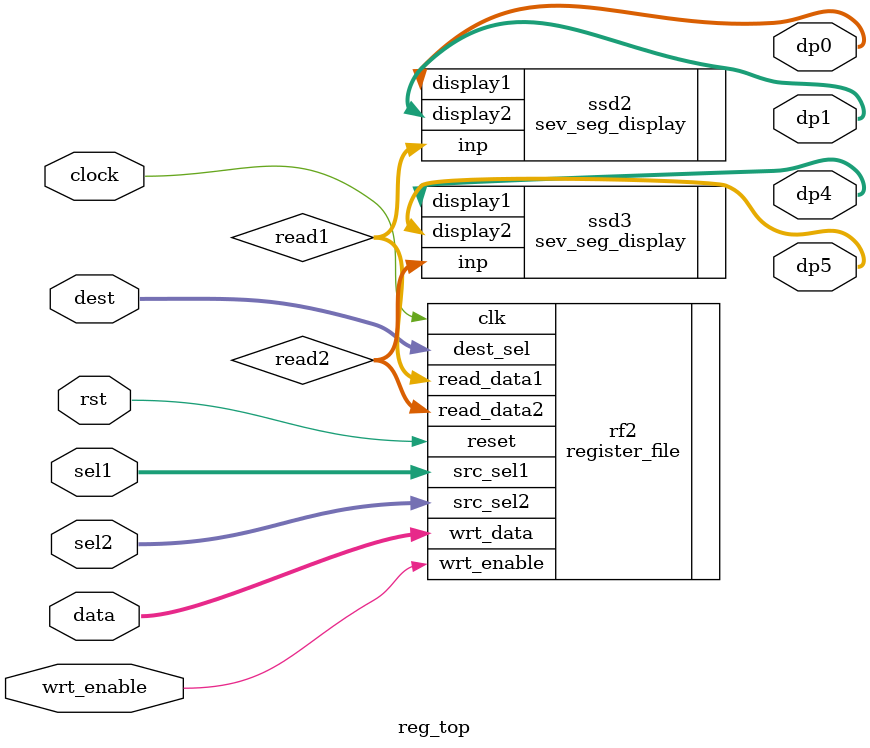
<source format=v>


module reg_top #(parameter W=8)(  //to show register file with FPGA
input rst,
input clock,
input wrt_enable,
input [W-1:0] data,
input [3:0] sel1,
input [3:0] sel2,
input [3:0] dest,
output [6:0] dp0,
output [6:0] dp1,
output [6:0] dp4,
output [6:0] dp5

);
wire [W-1:0] read1;
wire [W-1:0] read2;
sev_seg_display ssd2 (.inp(read1),.display1(dp0),.display2(dp1)); 							// connect register file out to input of the 7 segment display
sev_seg_display ssd3 (.inp(read2),.display1(dp4),.display2(dp5)); 							// connect register file out to input of the another 7 segment display

register_file rf2 (.reset(rst),.clk(clock),.wrt_enable(wrt_enable),.wrt_data(data),.src_sel1(sel1),.src_sel2(sel2),.dest_sel(dest),.read_data1(read1),.read_data2(read2));

endmodule


</source>
